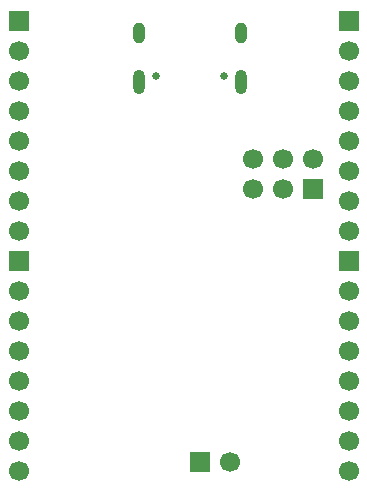
<source format=gbr>
%TF.GenerationSoftware,KiCad,Pcbnew,9.0.4*%
%TF.CreationDate,2025-09-04T16:16:01+01:00*%
%TF.ProjectId,MicroPython,4d696372-6f50-4797-9468-6f6e2e6b6963,rev?*%
%TF.SameCoordinates,Original*%
%TF.FileFunction,Soldermask,Bot*%
%TF.FilePolarity,Negative*%
%FSLAX46Y46*%
G04 Gerber Fmt 4.6, Leading zero omitted, Abs format (unit mm)*
G04 Created by KiCad (PCBNEW 9.0.4) date 2025-09-04 16:16:01*
%MOMM*%
%LPD*%
G01*
G04 APERTURE LIST*
%ADD10R,1.700000X1.700000*%
%ADD11C,1.700000*%
%ADD12C,0.650000*%
%ADD13O,1.000000X2.100000*%
%ADD14O,1.000000X1.800000*%
G04 APERTURE END LIST*
D10*
%TO.C,J8*%
X154432000Y-66294000D03*
D11*
X154432000Y-63754000D03*
X151892000Y-66294000D03*
X151892000Y-63754000D03*
X149352000Y-66294000D03*
X149352000Y-63754000D03*
%TD*%
D10*
%TO.C,J9*%
X144907000Y-89408000D03*
D11*
X147447000Y-89408000D03*
%TD*%
D12*
%TO.C,J10*%
X146908000Y-56707000D03*
X141128000Y-56707000D03*
D13*
X148338000Y-57207000D03*
D14*
X148338000Y-53027000D03*
D13*
X139698000Y-57207000D03*
D14*
X139698000Y-53027000D03*
%TD*%
D11*
%TO.C,J2*%
X129540000Y-90170000D03*
X129540000Y-87630000D03*
X129540000Y-85090000D03*
X129540000Y-82550000D03*
X129540000Y-80010000D03*
X129540000Y-77470000D03*
X129540000Y-74930000D03*
D10*
X129540000Y-72390000D03*
%TD*%
D11*
%TO.C,J7*%
X157480000Y-69850000D03*
X157480000Y-67310000D03*
X157480000Y-64770000D03*
X157480000Y-62230000D03*
X157480000Y-59690000D03*
X157480000Y-57150000D03*
X157480000Y-54610000D03*
D10*
X157480000Y-52070000D03*
%TD*%
D11*
%TO.C,J1*%
X157480000Y-90170000D03*
X157480000Y-87630000D03*
X157480000Y-85090000D03*
X157480000Y-82550000D03*
X157480000Y-80010000D03*
X157480000Y-77470000D03*
X157480000Y-74930000D03*
D10*
X157480000Y-72390000D03*
%TD*%
D11*
%TO.C,J6*%
X129540000Y-69850000D03*
X129540000Y-67310000D03*
X129540000Y-64770000D03*
X129540000Y-62230000D03*
X129540000Y-59690000D03*
X129540000Y-57150000D03*
X129540000Y-54610000D03*
D10*
X129540000Y-52070000D03*
%TD*%
M02*

</source>
